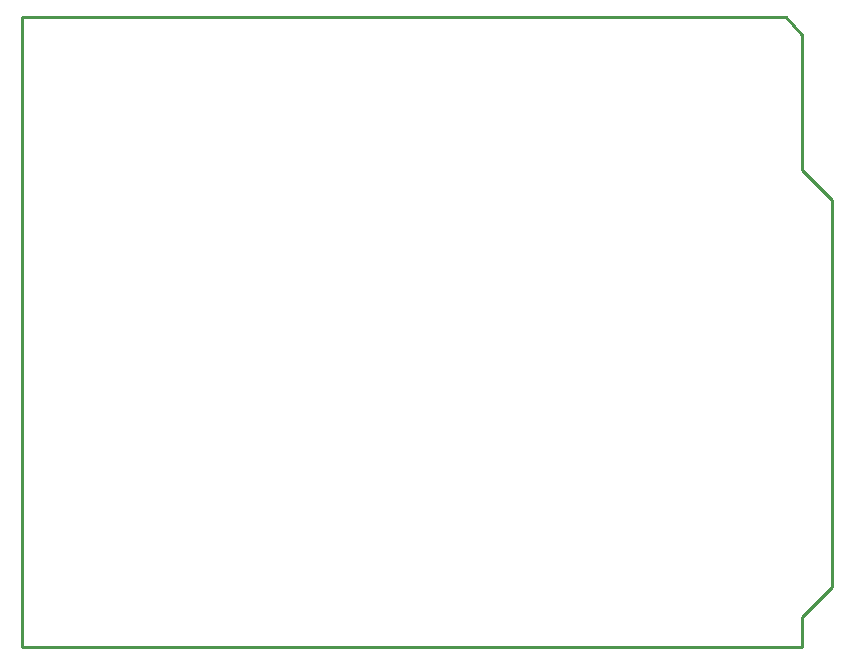
<source format=gm1>
G04*
G04 #@! TF.GenerationSoftware,Altium Limited,Altium Designer,18.0.12 (696)*
G04*
G04 Layer_Color=16711935*
%FSLAX44Y44*%
%MOMM*%
G71*
G01*
G75*
%ADD11C,0.2540*%
D11*
X660400Y0D02*
Y25400D01*
X0Y0D02*
X660400D01*
Y25400D02*
X685800Y50800D01*
Y378460D01*
X660400Y403860D02*
X685800Y378460D01*
X660400Y403860D02*
Y518160D01*
X646600Y533400D02*
X660400Y518160D01*
X645160Y533400D02*
X646600D01*
X0D02*
X645160D01*
X0Y0D02*
Y533400D01*
M02*

</source>
